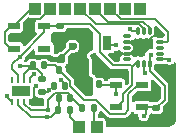
<source format=gbr>
%TF.GenerationSoftware,KiCad,Pcbnew,8.0.1-8.0.1-1~ubuntu22.04.1*%
%TF.CreationDate,2024-03-29T12:48:33+00:00*%
%TF.ProjectId,EMG_INA331,454d475f-494e-4413-9333-312e6b696361,1.0*%
%TF.SameCoordinates,Original*%
%TF.FileFunction,Copper,L1,Top*%
%TF.FilePolarity,Positive*%
%FSLAX46Y46*%
G04 Gerber Fmt 4.6, Leading zero omitted, Abs format (unit mm)*
G04 Created by KiCad (PCBNEW 8.0.1-8.0.1-1~ubuntu22.04.1) date 2024-03-29 12:48:33*
%MOMM*%
%LPD*%
G01*
G04 APERTURE LIST*
G04 Aperture macros list*
%AMRoundRect*
0 Rectangle with rounded corners*
0 $1 Rounding radius*
0 $2 $3 $4 $5 $6 $7 $8 $9 X,Y pos of 4 corners*
0 Add a 4 corners polygon primitive as box body*
4,1,4,$2,$3,$4,$5,$6,$7,$8,$9,$2,$3,0*
0 Add four circle primitives for the rounded corners*
1,1,$1+$1,$2,$3*
1,1,$1+$1,$4,$5*
1,1,$1+$1,$6,$7*
1,1,$1+$1,$8,$9*
0 Add four rect primitives between the rounded corners*
20,1,$1+$1,$2,$3,$4,$5,0*
20,1,$1+$1,$4,$5,$6,$7,0*
20,1,$1+$1,$6,$7,$8,$9,0*
20,1,$1+$1,$8,$9,$2,$3,0*%
G04 Aperture macros list end*
%TA.AperFunction,SMDPad,CuDef*%
%ADD10RoundRect,0.135000X0.185000X-0.135000X0.185000X0.135000X-0.185000X0.135000X-0.185000X-0.135000X0*%
%TD*%
%TA.AperFunction,ComponentPad*%
%ADD11R,1.000000X1.000000*%
%TD*%
%TA.AperFunction,SMDPad,CuDef*%
%ADD12RoundRect,0.135000X0.135000X0.185000X-0.135000X0.185000X-0.135000X-0.185000X0.135000X-0.185000X0*%
%TD*%
%TA.AperFunction,SMDPad,CuDef*%
%ADD13R,0.700000X1.250000*%
%TD*%
%TA.AperFunction,SMDPad,CuDef*%
%ADD14RoundRect,0.140000X-0.140000X-0.170000X0.140000X-0.170000X0.140000X0.170000X-0.140000X0.170000X0*%
%TD*%
%TA.AperFunction,SMDPad,CuDef*%
%ADD15RoundRect,0.135000X-0.135000X-0.185000X0.135000X-0.185000X0.135000X0.185000X-0.135000X0.185000X0*%
%TD*%
%TA.AperFunction,SMDPad,CuDef*%
%ADD16RoundRect,0.140000X0.140000X0.170000X-0.140000X0.170000X-0.140000X-0.170000X0.140000X-0.170000X0*%
%TD*%
%TA.AperFunction,SMDPad,CuDef*%
%ADD17R,1.000000X0.600000*%
%TD*%
%TA.AperFunction,SMDPad,CuDef*%
%ADD18RoundRect,0.135000X-0.185000X0.135000X-0.185000X-0.135000X0.185000X-0.135000X0.185000X0.135000X0*%
%TD*%
%TA.AperFunction,SMDPad,CuDef*%
%ADD19O,0.280000X0.800000*%
%TD*%
%TA.AperFunction,SMDPad,CuDef*%
%ADD20O,0.800000X0.280000*%
%TD*%
%TA.AperFunction,SMDPad,CuDef*%
%ADD21R,1.600000X0.900000*%
%TD*%
%TA.AperFunction,SMDPad,CuDef*%
%ADD22R,0.250000X0.520000*%
%TD*%
%TA.AperFunction,SMDPad,CuDef*%
%ADD23R,1.100000X0.620000*%
%TD*%
%TA.AperFunction,SMDPad,CuDef*%
%ADD24RoundRect,0.140000X-0.170000X0.140000X-0.170000X-0.140000X0.170000X-0.140000X0.170000X0.140000X0*%
%TD*%
%TA.AperFunction,ViaPad*%
%ADD25C,0.400000*%
%TD*%
%TA.AperFunction,Conductor*%
%ADD26C,0.152400*%
%TD*%
%TA.AperFunction,Conductor*%
%ADD27C,0.127000*%
%TD*%
G04 APERTURE END LIST*
D10*
%TO.P,R12,2*%
%TO.N,GND*%
X35800000Y-37390000D03*
%TO.P,R12,1*%
%TO.N,/OUT1*%
X35800000Y-38410000D03*
%TD*%
D11*
%TO.P,J4,1,Pin_1*%
%TO.N,/MISO*%
X29365000Y-30000000D03*
%TD*%
D12*
%TO.P,R4,2*%
%TO.N,/IN+*%
X27490000Y-38600000D03*
%TO.P,R4,1*%
%TO.N,/PROB+*%
X28510000Y-38600000D03*
%TD*%
D11*
%TO.P,J6,1,Pin_1*%
%TO.N,/SCLK*%
X31905000Y-30000000D03*
%TD*%
D13*
%TO.P,U5,3,A*%
%TO.N,GND*%
X30700000Y-34900000D03*
%TO.P,U5,2,K*%
%TO.N,Vref*%
X29750000Y-32900000D03*
%TO.P,U5,1,R*%
%TO.N,Net-(U5-R)*%
X31650000Y-32900000D03*
%TD*%
D11*
%TO.P,J1,1,Pin_1*%
%TO.N,+3.3V*%
X25555000Y-30000000D03*
%TD*%
D14*
%TO.P,C10,2*%
%TO.N,Net-(U4-+IN)*%
X26280000Y-34800000D03*
%TO.P,C10,1*%
%TO.N,/OUT_INA*%
X25320000Y-34800000D03*
%TD*%
D15*
%TO.P,R10,2*%
%TO.N,Net-(U4--IN)*%
X30910000Y-36400000D03*
%TO.P,R10,1*%
%TO.N,Vref*%
X29890000Y-36400000D03*
%TD*%
D10*
%TO.P,R8,2*%
%TO.N,/OUT_INA*%
X26100000Y-35990001D03*
%TO.P,R8,1*%
%TO.N,Net-(U2--IN)*%
X26100000Y-37009999D03*
%TD*%
D16*
%TO.P,C1,2*%
%TO.N,GND*%
X27820000Y-34200000D03*
%TO.P,C1,1*%
%TO.N,Vref*%
X28780000Y-34200000D03*
%TD*%
D17*
%TO.P,U4,5,V+*%
%TO.N,+3.3VA*%
X32400000Y-38350000D03*
%TO.P,U4,4,-IN*%
%TO.N,Net-(U4--IN)*%
X32400000Y-36450000D03*
%TO.P,U4,3,+IN*%
%TO.N,Net-(U4-+IN)*%
X34600000Y-36450000D03*
%TO.P,U4,2,V-*%
%TO.N,GND*%
X34600000Y-37400000D03*
%TO.P,U4,1,OUT*%
%TO.N,/OUT1*%
X34600000Y-38350000D03*
%TD*%
D11*
%TO.P,J2,1,Pin_1*%
%TO.N,GND*%
X26825000Y-30000000D03*
%TD*%
%TO.P,J7,1,Pin_1*%
%TO.N,/CSB*%
X33175000Y-30000000D03*
%TD*%
D18*
%TO.P,R3,2*%
%TO.N,Vref*%
X27600000Y-32510000D03*
%TO.P,R3,1*%
%TO.N,+3.3VA*%
X27600000Y-31490000D03*
%TD*%
D12*
%TO.P,R5,2*%
%TO.N,/IN-*%
X29490000Y-38400000D03*
%TO.P,R5,1*%
%TO.N,/PROB-*%
X30510000Y-38400000D03*
%TD*%
D11*
%TO.P,J3,1,Pin_1*%
%TO.N,unconnected-(J3-Pin_1-Pad1)*%
X28095000Y-30000000D03*
%TD*%
%TO.P,J9,1,Pin_1*%
%TO.N,/PROB-*%
X30750000Y-40000000D03*
%TD*%
D19*
%TO.P,U6,16,ADC1*%
%TO.N,/OUT1*%
X35227500Y-34695000D03*
%TO.P,U6,15,ADC2*%
%TO.N,/ADC2*%
X34727500Y-34694999D03*
%TO.P,U6,14,VDD*%
%TO.N,+3.3VA*%
X34227500Y-34695000D03*
D20*
%TO.P,U6,13,ADC3*%
%TO.N,unconnected-(U6-ADC3-Pad13)*%
X33327500Y-34295000D03*
%TO.P,U6,12,GND*%
%TO.N,GND*%
X33327500Y-33795000D03*
%TO.P,U6,11,INT1*%
%TO.N,unconnected-(U6-INT1-Pad11)*%
X33327501Y-33295000D03*
%TO.P,U6,10,RES*%
%TO.N,GND*%
X33327500Y-32795000D03*
%TO.P,U6,9,INT2*%
%TO.N,unconnected-(U6-INT2-Pad9)*%
X33327500Y-32295000D03*
D19*
%TO.P,U6,8,CS*%
%TO.N,/CSB*%
X34227500Y-31895000D03*
%TO.P,U6,7,SDO/SA0*%
%TO.N,/MISO*%
X34727500Y-31895001D03*
%TO.P,U6,6,SDA/SDI/SDO*%
%TO.N,/MOSI*%
X35227500Y-31895000D03*
D20*
%TO.P,U6,5,GND*%
%TO.N,GND*%
X36127500Y-32295000D03*
%TO.P,U6,4,SCL/SPC*%
%TO.N,/SCLK*%
X36127500Y-32795000D03*
%TO.P,U6,3,NC*%
%TO.N,unconnected-(U6-NC-Pad3)*%
X36127499Y-33295000D03*
%TO.P,U6,2,NC*%
%TO.N,unconnected-(U6-NC-Pad2)*%
X36127500Y-33795000D03*
%TO.P,U6,1,VDD_IO*%
%TO.N,+3.3V*%
X36127500Y-34295000D03*
%TD*%
D21*
%TO.P,U1,9,EP*%
%TO.N,unconnected-(U1-EP-Pad9)*%
X24350000Y-36950000D03*
D22*
%TO.P,U1,8,~{SHDN}*%
%TO.N,unconnected-(U1-~{SHDN}-Pad8)*%
X23599999Y-36000000D03*
%TO.P,U1,7,V+*%
%TO.N,+3.3VA*%
X24100000Y-36000000D03*
%TO.P,U1,6,OUT*%
%TO.N,/OUT_INA*%
X24600000Y-36000000D03*
%TO.P,U1,5,REF*%
%TO.N,/REF*%
X25100001Y-36000000D03*
%TO.P,U1,4,V\u2013*%
%TO.N,GND*%
X25100001Y-37900000D03*
%TO.P,U1,3,IN+*%
%TO.N,/IN-*%
X24600000Y-37900000D03*
%TO.P,U1,2,IN\u2013*%
%TO.N,/IN+*%
X24100000Y-37900000D03*
%TO.P,U1,1,GS*%
%TO.N,Net-(U1-GS)*%
X23599999Y-37900000D03*
%TD*%
D14*
%TO.P,C3,2*%
%TO.N,/IN-*%
X28480000Y-37600000D03*
%TO.P,C3,1*%
%TO.N,/IN+*%
X27520000Y-37600000D03*
%TD*%
D23*
%TO.P,U3,5,VOUT*%
%TO.N,+3.3VA*%
X26300000Y-31490200D03*
%TO.P,U3,4,NC*%
%TO.N,unconnected-(U3-NC-Pad4)*%
X26300000Y-33390200D03*
%TO.P,U3,3,EN*%
%TO.N,+3.3V*%
X23700000Y-33390200D03*
%TO.P,U3,2,GND*%
%TO.N,GND*%
X23700000Y-32440200D03*
%TO.P,U3,1,VIN*%
%TO.N,+3.3V*%
X23700000Y-31490200D03*
%TD*%
D15*
%TO.P,R9,2*%
%TO.N,Vref*%
X28610000Y-35200000D03*
%TO.P,R9,1*%
%TO.N,Net-(U4-+IN)*%
X27590000Y-35200000D03*
%TD*%
D11*
%TO.P,J10,1,Pin_1*%
%TO.N,/PROB+*%
X29250000Y-40000000D03*
%TD*%
%TO.P,J5,1,Pin_1*%
%TO.N,/MOSI*%
X30635000Y-30000000D03*
%TD*%
%TO.P,J8,1,Pin_1*%
%TO.N,/extRef*%
X34445000Y-30000000D03*
%TD*%
D24*
%TO.P,C2,2*%
%TO.N,GND*%
X28700000Y-33180000D03*
%TO.P,C2,1*%
%TO.N,Vref*%
X28700000Y-32220000D03*
%TD*%
D16*
%TO.P,C8,2*%
%TO.N,Net-(U2--IN)*%
X27120000Y-36500000D03*
%TO.P,C8,1*%
%TO.N,/REF*%
X28080000Y-36500000D03*
%TD*%
D25*
%TO.N,/OUT1*%
X35300000Y-33900000D03*
%TO.N,GND*%
X35800000Y-35000000D03*
%TO.N,/ADC2*%
X34800000Y-35400000D03*
%TO.N,/REF*%
X27700000Y-36000000D03*
%TO.N,Net-(U2--IN)*%
X26710000Y-36910000D03*
%TO.N,GND*%
X27100000Y-34300000D03*
X34200000Y-33400000D03*
X34600000Y-37236500D03*
X25600000Y-36500000D03*
X24900000Y-32300000D03*
X30400000Y-34000000D03*
%TO.N,+3.3V*%
X36900000Y-34300000D03*
%TO.N,+3.3VA*%
X24208600Y-34100000D03*
%TO.N,/CSB*%
X33560000Y-31730000D03*
%TO.N,Vref*%
X29800000Y-34500000D03*
X29900000Y-37200000D03*
%TO.N,Net-(U4--IN)*%
X32400000Y-37250000D03*
%TO.N,Net-(U5-R)*%
X32400000Y-33100000D03*
%TO.N,Net-(U1-GS)*%
X23170000Y-37370000D03*
%TO.N,/IN+*%
X26500000Y-39200000D03*
%TO.N,/IN-*%
X26600000Y-38583500D03*
%TO.N,/REF*%
X25432900Y-35532100D03*
%TO.N,/OUT_INA*%
X24225000Y-34811700D03*
%TO.N,/OUT1*%
X34727550Y-39072450D03*
%TD*%
D26*
%TO.N,/IN+*%
X26500000Y-39200000D02*
X26890000Y-39200000D01*
D27*
X27520000Y-37600000D02*
X27520000Y-38570000D01*
X27520000Y-38570000D02*
X27490000Y-38600000D01*
D26*
X26890000Y-39200000D02*
X27490000Y-38600000D01*
%TO.N,/PROB+*%
X28510000Y-38600000D02*
X28510000Y-39173800D01*
X28510000Y-39173800D02*
X29250000Y-39913800D01*
D27*
%TO.N,/IN-*%
X28480000Y-37600000D02*
X28480000Y-37280000D01*
X28480000Y-37280000D02*
X28300000Y-37100000D01*
X27200000Y-37100000D02*
X26600000Y-37700000D01*
X28300000Y-37100000D02*
X27200000Y-37100000D01*
X26600000Y-37700000D02*
X26600000Y-38583500D01*
X28480000Y-37600000D02*
X28690000Y-37600000D01*
X28690000Y-37600000D02*
X29490000Y-38400000D01*
%TO.N,Net-(U4-+IN)*%
X34600000Y-36450000D02*
X34205111Y-36450000D01*
X34205111Y-36450000D02*
X33400000Y-37255111D01*
X33400000Y-38600000D02*
X33100000Y-38900000D01*
X33400000Y-37255111D02*
X33400000Y-38600000D01*
X33100000Y-38900000D02*
X31900000Y-38900000D01*
X30700000Y-37700000D02*
X29700000Y-37700000D01*
X31900000Y-38900000D02*
X30700000Y-37700000D01*
X29700000Y-37700000D02*
X28523500Y-36523500D01*
X28523500Y-36523500D02*
X28523500Y-36133500D01*
X28523500Y-36133500D02*
X27590000Y-35200000D01*
%TO.N,Vref*%
X29900000Y-37200000D02*
X29890000Y-37190000D01*
X29890000Y-37190000D02*
X29890000Y-36400000D01*
D26*
%TO.N,/PROB-*%
X30510000Y-38400000D02*
X30510000Y-39903799D01*
X30510000Y-39903799D02*
X30500000Y-39913799D01*
D27*
%TO.N,GND*%
X34200000Y-33400000D02*
X34411714Y-33400000D01*
X34411714Y-33400000D02*
X35516714Y-32295000D01*
X35516714Y-32295000D02*
X36127500Y-32295000D01*
X33900000Y-33400000D02*
X34200000Y-33400000D01*
%TO.N,/OUT1*%
X35227500Y-33972500D02*
X35300000Y-33900000D01*
X35227500Y-34695000D02*
X35227500Y-33972500D01*
%TO.N,/ADC2*%
X34727500Y-35327500D02*
X34800000Y-35400000D01*
X34727500Y-34694999D02*
X34727500Y-35327500D01*
%TO.N,Net-(U4--IN)*%
X32400000Y-37250000D02*
X32400000Y-36450000D01*
%TO.N,Net-(U1-GS)*%
X23170000Y-37370000D02*
X23170000Y-37470000D01*
X23170000Y-37470000D02*
X23600000Y-37900000D01*
%TO.N,/CSB*%
X33560000Y-31730000D02*
X33725000Y-31895000D01*
X33725000Y-31895000D02*
X34227500Y-31895000D01*
%TO.N,+3.3VA*%
X24100000Y-36000000D02*
X24100000Y-35598300D01*
X24100000Y-35598300D02*
X23600000Y-35098300D01*
X23600000Y-35098300D02*
X23600000Y-34708600D01*
X23600000Y-34708600D02*
X24208600Y-34100000D01*
X26300000Y-31490200D02*
X26300000Y-32008600D01*
X26300000Y-32008600D02*
X24208600Y-34100000D01*
%TO.N,/REF*%
X25100000Y-36000000D02*
X25100000Y-35865000D01*
X25100000Y-35865000D02*
X25432900Y-35532100D01*
%TO.N,/OUT_INA*%
X26100000Y-35990000D02*
X26100000Y-35500000D01*
X26100000Y-35500000D02*
X25677600Y-35077600D01*
X25677600Y-35077600D02*
X25020000Y-35077600D01*
X25020000Y-34811700D02*
X25308300Y-34811700D01*
%TO.N,Net-(U4-+IN)*%
X26280000Y-34800000D02*
X27190000Y-34800000D01*
X27190000Y-34800000D02*
X27590000Y-35200000D01*
%TO.N,/OUT_INA*%
X25308300Y-34811700D02*
X25320000Y-34800000D01*
%TO.N,Vref*%
X29750000Y-32900000D02*
X29600000Y-32900000D01*
X29600000Y-32900000D02*
X28920000Y-32220000D01*
X28920000Y-32220000D02*
X28700000Y-32220000D01*
X28780000Y-34200000D02*
X29730000Y-33250000D01*
%TO.N,/REF*%
X28080000Y-36380000D02*
X27700000Y-36000000D01*
X28080000Y-36500000D02*
X28080000Y-36380000D01*
%TO.N,Net-(U2--IN)*%
X26710000Y-36910000D02*
X27120000Y-36500000D01*
X26100000Y-37009999D02*
X26610001Y-37009999D01*
X26610001Y-37009999D02*
X26710000Y-36910000D01*
%TO.N,Vref*%
X28610000Y-35330000D02*
X29180000Y-35900000D01*
X28610000Y-35200000D02*
X28610000Y-35330000D01*
%TO.N,GND*%
X27820000Y-34200000D02*
X27820000Y-34060000D01*
X27820000Y-34060000D02*
X28700000Y-33180000D01*
%TO.N,Vref*%
X29180000Y-35900000D02*
X29180000Y-34600000D01*
X29180000Y-34600000D02*
X28780000Y-34200000D01*
%TO.N,GND*%
X34600000Y-37236500D02*
X35646500Y-37236500D01*
X35646500Y-37236500D02*
X35800000Y-37390000D01*
%TO.N,+3.3VA*%
X33753300Y-34900000D02*
X33753300Y-36471700D01*
X33753300Y-36471700D02*
X32963500Y-37261500D01*
X32963500Y-37261500D02*
X32963500Y-37786500D01*
X32963500Y-37786500D02*
X32400000Y-38350000D01*
%TO.N,GND*%
X25400000Y-37600001D02*
X25400000Y-36700000D01*
X23959800Y-32440200D02*
X23700000Y-32440200D01*
X35800000Y-37390000D02*
X34610000Y-37390000D01*
X33900000Y-33400000D02*
X33900000Y-33469500D01*
X33574500Y-32795000D02*
X33900000Y-33120500D01*
X33327500Y-32795000D02*
X33574500Y-32795000D01*
X24900000Y-32300000D02*
X23840200Y-32300000D01*
X25925000Y-30900000D02*
X25500000Y-30900000D01*
X30400000Y-34600000D02*
X30700000Y-34900000D01*
X25500000Y-30900000D02*
X23959800Y-32440200D01*
X25100001Y-37900000D02*
X25400000Y-37600001D01*
X33900000Y-33469500D02*
X33574500Y-33795000D01*
X25400000Y-36700000D02*
X25600000Y-36500000D01*
X33900000Y-33120500D02*
X33900000Y-33400000D01*
X33574500Y-33795000D02*
X33327500Y-33795000D01*
X26825000Y-30000000D02*
X25925000Y-30900000D01*
X23840200Y-32300000D02*
X23700000Y-32440200D01*
X34610000Y-37390000D02*
X34600000Y-37400000D01*
X30400000Y-34000000D02*
X30400000Y-34600000D01*
%TO.N,+3.3V*%
X36895000Y-34295000D02*
X36127500Y-34295000D01*
X22986500Y-31966700D02*
X22986500Y-32900000D01*
X25555000Y-30000000D02*
X25190200Y-30000000D01*
X25190200Y-30000000D02*
X23700000Y-31490200D01*
X36900000Y-34300000D02*
X36895000Y-34295000D01*
X23700000Y-31490200D02*
X23463000Y-31490200D01*
X23463000Y-31490200D02*
X22986500Y-31966700D01*
X22986500Y-32900000D02*
X23476700Y-33390200D01*
X23476700Y-33390200D02*
X23700000Y-33390200D01*
%TO.N,+3.3VA*%
X32100000Y-34800000D02*
X33653300Y-34800000D01*
X34227500Y-34695000D02*
X34227500Y-34424100D01*
X33753300Y-34898300D02*
X33753300Y-34900000D01*
X27776100Y-31313900D02*
X30178400Y-31313900D01*
X27600000Y-31490000D02*
X27776100Y-31313900D01*
X34227500Y-34424100D02*
X33753300Y-34898300D01*
X31000000Y-33700000D02*
X32100000Y-34800000D01*
X27599800Y-31490200D02*
X27600000Y-31490000D01*
X31000000Y-32135500D02*
X31000000Y-33700000D01*
X30178400Y-31313900D02*
X31000000Y-32135500D01*
X33653300Y-34800000D02*
X33753300Y-34900000D01*
X26300000Y-31490200D02*
X27599800Y-31490200D01*
%TO.N,/MISO*%
X34727500Y-31895001D02*
X34727500Y-31705786D01*
X30676500Y-31311500D02*
X29365000Y-30000000D01*
X34333214Y-31311500D02*
X30676500Y-31311500D01*
X34727500Y-31705786D02*
X34333214Y-31311500D01*
%TO.N,/MOSI*%
X31719500Y-31084500D02*
X30635000Y-30000000D01*
X35227500Y-31648000D02*
X34664000Y-31084500D01*
X34664000Y-31084500D02*
X31719500Y-31084500D01*
X35227500Y-31895000D02*
X35227500Y-31648000D01*
%TO.N,/SCLK*%
X36800000Y-32000000D02*
X35657500Y-30857500D01*
X32762500Y-30857500D02*
X31905000Y-30000000D01*
X36127500Y-32795000D02*
X36705000Y-32795000D01*
X35657500Y-30857500D02*
X32762500Y-30857500D01*
X36800000Y-32700000D02*
X36800000Y-32000000D01*
X36705000Y-32795000D02*
X36800000Y-32700000D01*
%TO.N,Vref*%
X29800000Y-34500000D02*
X29800000Y-33320000D01*
X29180000Y-35900000D02*
X29680000Y-36400000D01*
X28410000Y-32510000D02*
X28700000Y-32220000D01*
X28212400Y-32510000D02*
X28410000Y-32510000D01*
X29680000Y-36400000D02*
X29890000Y-36400000D01*
X27600000Y-32510000D02*
X28212400Y-32510000D01*
%TO.N,Net-(U4--IN)*%
X32400000Y-36450000D02*
X30960000Y-36450000D01*
X30960000Y-36450000D02*
X30910000Y-36400000D01*
%TO.N,Net-(U5-R)*%
X32400000Y-33100000D02*
X31850000Y-33100000D01*
X31850000Y-33100000D02*
X31650000Y-32900000D01*
D26*
%TO.N,/IN+*%
X24100000Y-38137400D02*
X25162600Y-39200000D01*
X24100000Y-37900000D02*
X24100000Y-38137400D01*
X25162600Y-39200000D02*
X26500000Y-39200000D01*
D27*
%TO.N,/IN-*%
X26600000Y-38583500D02*
X25148500Y-38583500D01*
X25148500Y-38583500D02*
X24600000Y-38035000D01*
X24600000Y-38035000D02*
X24600000Y-37900000D01*
%TO.N,/OUT_INA*%
X25020000Y-34811700D02*
X24225000Y-34811700D01*
X25020000Y-35077600D02*
X25020000Y-34811700D01*
X25020000Y-35077600D02*
X24600000Y-35497600D01*
X24600000Y-35497600D02*
X24600000Y-36000000D01*
%TO.N,/OUT1*%
X36500000Y-36509200D02*
X36500000Y-37710000D01*
X36500000Y-37710000D02*
X35800000Y-38410000D01*
X34920900Y-38879100D02*
X34920900Y-38350000D01*
X34727550Y-39072450D02*
X34920900Y-38879100D01*
X34920900Y-38350000D02*
X35740000Y-38350000D01*
X35227500Y-35236700D02*
X36500000Y-36509200D01*
X34600000Y-38350000D02*
X34920900Y-38350000D01*
X35740000Y-38350000D02*
X35800000Y-38410000D01*
X35227500Y-34695000D02*
X35227500Y-35236700D01*
%TD*%
%TA.AperFunction,Conductor*%
%TO.N,GND*%
G36*
X37459212Y-34558866D02*
G01*
X37488238Y-34622422D01*
X37489500Y-34640070D01*
X37489500Y-39243906D01*
X37488903Y-39256060D01*
X37476488Y-39382112D01*
X37471746Y-39405953D01*
X37436753Y-39521309D01*
X37427450Y-39543767D01*
X37370629Y-39650072D01*
X37357124Y-39670284D01*
X37280653Y-39763464D01*
X37263465Y-39780652D01*
X37170284Y-39857124D01*
X37150072Y-39870629D01*
X37043768Y-39927450D01*
X37021310Y-39936753D01*
X36905954Y-39971746D01*
X36882113Y-39976488D01*
X36756072Y-39988902D01*
X36743918Y-39989499D01*
X31624500Y-39989499D01*
X31557461Y-39969814D01*
X31511706Y-39917010D01*
X31500500Y-39865499D01*
X31500500Y-39475323D01*
X31500499Y-39475321D01*
X31485967Y-39402264D01*
X31485966Y-39402260D01*
X31467351Y-39374400D01*
X31430601Y-39319399D01*
X31347740Y-39264034D01*
X31347739Y-39264033D01*
X31347735Y-39264032D01*
X31274677Y-39249500D01*
X31274674Y-39249500D01*
X30960700Y-39249500D01*
X30893661Y-39229815D01*
X30847906Y-39177011D01*
X30836700Y-39125500D01*
X30836700Y-38989841D01*
X30856385Y-38922802D01*
X30873019Y-38902160D01*
X30963075Y-38812103D01*
X30963076Y-38812102D01*
X31019582Y-38696518D01*
X31019582Y-38696517D01*
X31019769Y-38696135D01*
X31066897Y-38644552D01*
X31134431Y-38626638D01*
X31200930Y-38648079D01*
X31218851Y-38662914D01*
X31707199Y-39151262D01*
X31778800Y-39192601D01*
X31791153Y-39195911D01*
X31795675Y-39197123D01*
X31808932Y-39200675D01*
X31858661Y-39214000D01*
X31858663Y-39214000D01*
X33141337Y-39214000D01*
X33141339Y-39214000D01*
X33204323Y-39197123D01*
X33221200Y-39192601D01*
X33225981Y-39189841D01*
X33292793Y-39151267D01*
X33292792Y-39151267D01*
X33292800Y-39151263D01*
X33651263Y-38792800D01*
X33664142Y-38770491D01*
X33714705Y-38722278D01*
X33783311Y-38709052D01*
X33848177Y-38735017D01*
X33874631Y-38763601D01*
X33919397Y-38830599D01*
X33919398Y-38830599D01*
X33919399Y-38830601D01*
X34002260Y-38885966D01*
X34002264Y-38885967D01*
X34075321Y-38900499D01*
X34075324Y-38900500D01*
X34075326Y-38900500D01*
X34154036Y-38900500D01*
X34221075Y-38920185D01*
X34266830Y-38972989D01*
X34276774Y-39042147D01*
X34272417Y-39072450D01*
X34290852Y-39200675D01*
X34336169Y-39299904D01*
X34344668Y-39318513D01*
X34429501Y-39416417D01*
X34538481Y-39486454D01*
X34657193Y-39521310D01*
X34662775Y-39522949D01*
X34662777Y-39522950D01*
X34662778Y-39522950D01*
X34792323Y-39522950D01*
X34792323Y-39522949D01*
X34916619Y-39486454D01*
X35025599Y-39416417D01*
X35110432Y-39318513D01*
X35164247Y-39200676D01*
X35182683Y-39072450D01*
X35182682Y-39072447D01*
X35182875Y-39071109D01*
X35198225Y-39026757D01*
X35213501Y-39000300D01*
X35216304Y-38989841D01*
X35221487Y-38970499D01*
X35227241Y-38949023D01*
X35263605Y-38889362D01*
X35326452Y-38858832D01*
X35395827Y-38867126D01*
X35401476Y-38869715D01*
X35499405Y-38917589D01*
X35503482Y-38919582D01*
X35578418Y-38930500D01*
X35578423Y-38930500D01*
X36021577Y-38930500D01*
X36021582Y-38930500D01*
X36096518Y-38919582D01*
X36165280Y-38885966D01*
X36212099Y-38863078D01*
X36212102Y-38863076D01*
X36303076Y-38772102D01*
X36303078Y-38772099D01*
X36340214Y-38696135D01*
X36359582Y-38656518D01*
X36370500Y-38581582D01*
X36370500Y-38334925D01*
X36390185Y-38267886D01*
X36406819Y-38247244D01*
X36565931Y-38088132D01*
X36751262Y-37902801D01*
X36777711Y-37856989D01*
X36792601Y-37831199D01*
X36814000Y-37751339D01*
X36814000Y-36467861D01*
X36792601Y-36388001D01*
X36790484Y-36384335D01*
X36787289Y-36378799D01*
X36787289Y-36378800D01*
X36751263Y-36316400D01*
X35631275Y-35196412D01*
X35597790Y-35135089D01*
X35599181Y-35076640D01*
X35618000Y-35006410D01*
X35618000Y-34794021D01*
X35637685Y-34726982D01*
X35690489Y-34681227D01*
X35759647Y-34671283D01*
X35774086Y-34674245D01*
X35816090Y-34685500D01*
X35816092Y-34685500D01*
X36438908Y-34685500D01*
X36438910Y-34685500D01*
X36538228Y-34658888D01*
X36538229Y-34658887D01*
X36546079Y-34656784D01*
X36546980Y-34660147D01*
X36600402Y-34654300D01*
X36645660Y-34672057D01*
X36710931Y-34714004D01*
X36710933Y-34714005D01*
X36835225Y-34750499D01*
X36835227Y-34750500D01*
X36835228Y-34750500D01*
X36964773Y-34750500D01*
X36964773Y-34750499D01*
X37089069Y-34714004D01*
X37198049Y-34643967D01*
X37271787Y-34558867D01*
X37330564Y-34521093D01*
X37400433Y-34521092D01*
X37459212Y-34558866D01*
G37*
%TD.AperFunction*%
%TA.AperFunction,Conductor*%
G36*
X25559423Y-37351773D02*
G01*
X25605851Y-37381029D01*
X25687897Y-37463075D01*
X25687900Y-37463077D01*
X25790704Y-37513334D01*
X25803482Y-37519581D01*
X25878418Y-37530499D01*
X25878423Y-37530499D01*
X26162000Y-37530499D01*
X26229039Y-37550184D01*
X26274794Y-37602988D01*
X26286000Y-37654499D01*
X26286000Y-38145500D01*
X26266315Y-38212539D01*
X26213511Y-38258294D01*
X26162000Y-38269500D01*
X25329926Y-38269500D01*
X25262887Y-38249815D01*
X25242245Y-38233181D01*
X25011819Y-38002755D01*
X24978334Y-37941432D01*
X24975500Y-37915074D01*
X24975500Y-37774500D01*
X24995185Y-37707461D01*
X25047989Y-37661706D01*
X25099500Y-37650500D01*
X25174676Y-37650500D01*
X25174677Y-37650499D01*
X25247740Y-37635966D01*
X25330601Y-37580601D01*
X25385966Y-37497740D01*
X25392861Y-37463077D01*
X25396553Y-37444519D01*
X25428938Y-37382608D01*
X25489653Y-37348034D01*
X25559423Y-37351773D01*
G37*
%TD.AperFunction*%
%TA.AperFunction,Conductor*%
G36*
X35533376Y-35992889D02*
G01*
X35559701Y-36012964D01*
X36149681Y-36602944D01*
X36183166Y-36664267D01*
X36186000Y-36690625D01*
X36186000Y-37528575D01*
X36166315Y-37595614D01*
X36149681Y-37616256D01*
X35912756Y-37853181D01*
X35851433Y-37886666D01*
X35825075Y-37889500D01*
X35578418Y-37889500D01*
X35531583Y-37896323D01*
X35503479Y-37900418D01*
X35448457Y-37927317D01*
X35379584Y-37939075D01*
X35315287Y-37911732D01*
X35290896Y-37884807D01*
X35280601Y-37869399D01*
X35197739Y-37814033D01*
X35197735Y-37814032D01*
X35124677Y-37799500D01*
X35124674Y-37799500D01*
X34075326Y-37799500D01*
X34075323Y-37799500D01*
X34002264Y-37814032D01*
X34002260Y-37814033D01*
X33949481Y-37849299D01*
X33919399Y-37869399D01*
X33919398Y-37869400D01*
X33909244Y-37876185D01*
X33907240Y-37873186D01*
X33864358Y-37896602D01*
X33794666Y-37891618D01*
X33738733Y-37849746D01*
X33714316Y-37784282D01*
X33714000Y-37775436D01*
X33714000Y-37436536D01*
X33733685Y-37369497D01*
X33750319Y-37348855D01*
X34062355Y-37036819D01*
X34123678Y-37003334D01*
X34150036Y-37000500D01*
X35124676Y-37000500D01*
X35124677Y-37000499D01*
X35197740Y-36985966D01*
X35280601Y-36930601D01*
X35335966Y-36847740D01*
X35350500Y-36774674D01*
X35350500Y-36125326D01*
X35350403Y-36124838D01*
X35350426Y-36124577D01*
X35349903Y-36119261D01*
X35350911Y-36119161D01*
X35356629Y-36055249D01*
X35399490Y-36000070D01*
X35465379Y-35976823D01*
X35533376Y-35992889D01*
G37*
%TD.AperFunction*%
%TA.AperFunction,Conductor*%
G36*
X30633456Y-33719326D02*
G01*
X30686263Y-33765078D01*
X30701726Y-33800029D01*
X30707398Y-33821197D01*
X30707401Y-33821206D01*
X30748732Y-33892793D01*
X30748736Y-33892798D01*
X30748737Y-33892800D01*
X31907200Y-35051263D01*
X31976201Y-35091100D01*
X31978801Y-35092601D01*
X32058661Y-35114000D01*
X33315300Y-35114000D01*
X33382339Y-35133685D01*
X33428094Y-35186489D01*
X33439300Y-35238000D01*
X33439300Y-36290275D01*
X33419615Y-36357314D01*
X33402981Y-36377956D01*
X33362181Y-36418756D01*
X33300858Y-36452241D01*
X33231166Y-36447257D01*
X33175233Y-36405385D01*
X33150816Y-36339921D01*
X33150500Y-36331075D01*
X33150500Y-36125323D01*
X33150499Y-36125321D01*
X33135967Y-36052264D01*
X33135966Y-36052260D01*
X33080601Y-35969399D01*
X32997740Y-35914034D01*
X32997739Y-35914033D01*
X32997735Y-35914032D01*
X32924677Y-35899500D01*
X32924674Y-35899500D01*
X31875326Y-35899500D01*
X31875323Y-35899500D01*
X31802264Y-35914032D01*
X31802260Y-35914033D01*
X31719399Y-35969399D01*
X31664032Y-36052263D01*
X31661053Y-36059455D01*
X31617211Y-36113857D01*
X31550917Y-36135921D01*
X31546493Y-36136000D01*
X31512884Y-36136000D01*
X31445845Y-36116315D01*
X31401484Y-36066461D01*
X31363076Y-35987897D01*
X31272102Y-35896923D01*
X31272099Y-35896921D01*
X31156521Y-35840419D01*
X31156519Y-35840418D01*
X31156518Y-35840418D01*
X31081582Y-35829500D01*
X30738849Y-35829500D01*
X30671810Y-35809815D01*
X30626055Y-35757011D01*
X30621195Y-35744659D01*
X30618702Y-35737170D01*
X30618701Y-35737169D01*
X30618700Y-35737164D01*
X30599288Y-35703076D01*
X30584126Y-35676450D01*
X30578045Y-35667692D01*
X30558152Y-35639042D01*
X30480529Y-35576488D01*
X30480526Y-35576486D01*
X30480523Y-35576484D01*
X30421525Y-35545622D01*
X30371246Y-35497106D01*
X30355000Y-35435747D01*
X30355000Y-34708055D01*
X30355000Y-34708046D01*
X30352814Y-34674698D01*
X30348589Y-34642605D01*
X30343882Y-34618940D01*
X30341500Y-34594752D01*
X30341500Y-34371807D01*
X30340937Y-34356053D01*
X30340849Y-34353582D01*
X30339587Y-34335934D01*
X30317147Y-34248015D01*
X30288121Y-34184460D01*
X30269687Y-34155777D01*
X30248804Y-34123284D01*
X30248803Y-34123283D01*
X30245947Y-34119988D01*
X30226862Y-34090292D01*
X30218377Y-34071714D01*
X30208437Y-34037857D01*
X30205531Y-34017645D01*
X30205531Y-33982355D01*
X30208436Y-33962146D01*
X30218381Y-33928275D01*
X30226863Y-33909703D01*
X30245942Y-33880016D01*
X30259310Y-33864588D01*
X30285983Y-33841475D01*
X30303163Y-33830433D01*
X30335266Y-33815773D01*
X30382916Y-33801783D01*
X30400229Y-33796020D01*
X30416805Y-33789837D01*
X30494828Y-33743543D01*
X30500746Y-33738414D01*
X30564297Y-33709387D01*
X30633456Y-33719326D01*
G37*
%TD.AperFunction*%
%TA.AperFunction,Conductor*%
G36*
X25418834Y-33436342D02*
G01*
X25474767Y-33478214D01*
X25499184Y-33543678D01*
X25499500Y-33552524D01*
X25499500Y-33724878D01*
X25514032Y-33797935D01*
X25514033Y-33797939D01*
X25525809Y-33815563D01*
X25569399Y-33880801D01*
X25636833Y-33925858D01*
X25652260Y-33936166D01*
X25652264Y-33936167D01*
X25725321Y-33950699D01*
X25725324Y-33950700D01*
X26855855Y-33950700D01*
X26922894Y-33970385D01*
X26941952Y-33985463D01*
X26992002Y-34033756D01*
X27003478Y-34041131D01*
X27050774Y-34071526D01*
X27050776Y-34071526D01*
X27050781Y-34071530D01*
X27116933Y-34101739D01*
X27141026Y-34108813D01*
X27171230Y-34115724D01*
X27171235Y-34115724D01*
X27171236Y-34115725D01*
X27200752Y-34120617D01*
X27200785Y-34120622D01*
X27200844Y-34120632D01*
X27204436Y-34121201D01*
X27304021Y-34116582D01*
X27371843Y-34099791D01*
X27414903Y-34084949D01*
X27496181Y-34027224D01*
X27539995Y-33980839D01*
X27539994Y-33980838D01*
X27540946Y-33979830D01*
X27540947Y-33979831D01*
X27544123Y-33976470D01*
X27544125Y-33976466D01*
X27547137Y-33973280D01*
X27547172Y-33973240D01*
X27568687Y-33950462D01*
X27571116Y-33947962D01*
X27585770Y-33933308D01*
X27617138Y-33910515D01*
X27620261Y-33908923D01*
X27657202Y-33896926D01*
X27658174Y-33896772D01*
X27659773Y-33896520D01*
X27679129Y-33895000D01*
X27745078Y-33895000D01*
X27748491Y-33894817D01*
X27772389Y-33893536D01*
X27798746Y-33890702D01*
X27893879Y-33860913D01*
X27920304Y-33846483D01*
X27988575Y-33831631D01*
X28054040Y-33856047D01*
X28095912Y-33911979D01*
X28102469Y-33972959D01*
X28094999Y-34024918D01*
X28094999Y-34370868D01*
X28093467Y-34390303D01*
X28093059Y-34392874D01*
X28081077Y-34429731D01*
X28079494Y-34432838D01*
X28056689Y-34464227D01*
X28053995Y-34466921D01*
X28029789Y-34485481D01*
X28029840Y-34485559D01*
X28028873Y-34486184D01*
X28028240Y-34486670D01*
X28027162Y-34487290D01*
X27983064Y-34515818D01*
X27983049Y-34515830D01*
X27943536Y-34547599D01*
X27924670Y-34564367D01*
X27924668Y-34564368D01*
X27913186Y-34581209D01*
X27859155Y-34625508D01*
X27792861Y-34634057D01*
X27780722Y-34632288D01*
X27761582Y-34629500D01*
X27761579Y-34629500D01*
X27514925Y-34629500D01*
X27447886Y-34609815D01*
X27427244Y-34593181D01*
X27382799Y-34548736D01*
X27311198Y-34507398D01*
X27303367Y-34505299D01*
X27294323Y-34502876D01*
X27294321Y-34502875D01*
X27231340Y-34486000D01*
X27231339Y-34486000D01*
X26860884Y-34486000D01*
X26793845Y-34466315D01*
X26750399Y-34418295D01*
X26739857Y-34397606D01*
X26652396Y-34310145D01*
X26652393Y-34310143D01*
X26652391Y-34310141D01*
X26542175Y-34253983D01*
X26542174Y-34253982D01*
X26542171Y-34253981D01*
X26450735Y-34239500D01*
X26109260Y-34239500D01*
X26109260Y-34239501D01*
X26017829Y-34253981D01*
X26017828Y-34253981D01*
X25907607Y-34310142D01*
X25907603Y-34310145D01*
X25887681Y-34330068D01*
X25826358Y-34363553D01*
X25756666Y-34358569D01*
X25712319Y-34330068D01*
X25692396Y-34310145D01*
X25692393Y-34310143D01*
X25692391Y-34310141D01*
X25582175Y-34253983D01*
X25582174Y-34253982D01*
X25582171Y-34253981D01*
X25490735Y-34239500D01*
X25149260Y-34239500D01*
X25149260Y-34239501D01*
X25057829Y-34253981D01*
X25057828Y-34253981D01*
X24947607Y-34310142D01*
X24947603Y-34310145D01*
X24860145Y-34397603D01*
X24860142Y-34397608D01*
X24860141Y-34397609D01*
X24843638Y-34429996D01*
X24795665Y-34480791D01*
X24733155Y-34497700D01*
X24715180Y-34497700D01*
X24648141Y-34478015D01*
X24602386Y-34425211D01*
X24592442Y-34356053D01*
X24602386Y-34322189D01*
X24636259Y-34248016D01*
X24645297Y-34228226D01*
X24659718Y-34127919D01*
X24688742Y-34064365D01*
X24694760Y-34057901D01*
X25287820Y-33464842D01*
X25349142Y-33431358D01*
X25418834Y-33436342D01*
G37*
%TD.AperFunction*%
%TA.AperFunction,Conductor*%
G36*
X32727649Y-33511109D02*
G01*
X32748246Y-33530055D01*
X32749276Y-33529026D01*
X32755023Y-33534773D01*
X32827728Y-33607478D01*
X32827729Y-33607479D01*
X32827731Y-33607480D01*
X32872250Y-33633183D01*
X32916773Y-33658888D01*
X32977745Y-33675225D01*
X33037404Y-33711588D01*
X33067934Y-33774435D01*
X33059640Y-33843810D01*
X33015155Y-33897689D01*
X32977746Y-33914773D01*
X32916776Y-33931110D01*
X32916769Y-33931113D01*
X32827730Y-33982519D01*
X32827725Y-33982523D01*
X32755023Y-34055225D01*
X32755019Y-34055230D01*
X32703613Y-34144269D01*
X32703612Y-34144272D01*
X32677000Y-34243590D01*
X32677000Y-34354537D01*
X32675560Y-34354537D01*
X32666160Y-34414843D01*
X32619783Y-34467102D01*
X32553983Y-34486000D01*
X32281425Y-34486000D01*
X32214386Y-34466315D01*
X32193744Y-34449681D01*
X31731244Y-33987181D01*
X31697759Y-33925858D01*
X31702743Y-33856166D01*
X31744615Y-33800233D01*
X31810079Y-33775816D01*
X31818925Y-33775500D01*
X32024676Y-33775500D01*
X32024677Y-33775499D01*
X32097740Y-33760966D01*
X32180601Y-33705601D01*
X32235966Y-33622740D01*
X32235966Y-33622739D01*
X32242751Y-33612585D01*
X32244756Y-33613925D01*
X32278021Y-33572645D01*
X32344315Y-33550579D01*
X32348743Y-33550500D01*
X32464773Y-33550500D01*
X32464773Y-33550499D01*
X32559892Y-33522571D01*
X32589063Y-33514006D01*
X32589063Y-33514005D01*
X32589069Y-33514004D01*
X32593573Y-33511108D01*
X32660610Y-33491425D01*
X32727649Y-33511109D01*
G37*
%TD.AperFunction*%
%TA.AperFunction,Conductor*%
G36*
X35039499Y-32497368D02*
G01*
X35076772Y-32518888D01*
X35176090Y-32545500D01*
X35176092Y-32545500D01*
X35278907Y-32545500D01*
X35278910Y-32545500D01*
X35342052Y-32528581D01*
X35411899Y-32530244D01*
X35469762Y-32569406D01*
X35497266Y-32633634D01*
X35493918Y-32680448D01*
X35477000Y-32743588D01*
X35477000Y-32743590D01*
X35477000Y-32846410D01*
X35503612Y-32945728D01*
X35524821Y-32982464D01*
X35525131Y-32983000D01*
X35541603Y-33050900D01*
X35525131Y-33106998D01*
X35503611Y-33144271D01*
X35503611Y-33144272D01*
X35476999Y-33243590D01*
X35476999Y-33325500D01*
X35457314Y-33392539D01*
X35404510Y-33438294D01*
X35352999Y-33449500D01*
X35235226Y-33449500D01*
X35110935Y-33485994D01*
X35110932Y-33485995D01*
X35110931Y-33485996D01*
X35059677Y-33518934D01*
X35001950Y-33556033D01*
X34917118Y-33653937D01*
X34917117Y-33653938D01*
X34863302Y-33771774D01*
X34844867Y-33900000D01*
X34844867Y-33900001D01*
X34845277Y-33902853D01*
X34844867Y-33905704D01*
X34844867Y-33908869D01*
X34844412Y-33908869D01*
X34835333Y-33972012D01*
X34789577Y-34024815D01*
X34722539Y-34044499D01*
X34676090Y-34044499D01*
X34576772Y-34071111D01*
X34576771Y-34071111D01*
X34539498Y-34092631D01*
X34471598Y-34109102D01*
X34415500Y-34092631D01*
X34378228Y-34071112D01*
X34378224Y-34071111D01*
X34278910Y-34044500D01*
X34176090Y-34044500D01*
X34076772Y-34071112D01*
X34076765Y-34071115D01*
X34056873Y-34082599D01*
X33988972Y-34099069D01*
X33922946Y-34076215D01*
X33906425Y-34060273D01*
X33905725Y-34060974D01*
X33827274Y-33982523D01*
X33827269Y-33982519D01*
X33738230Y-33931113D01*
X33738229Y-33931112D01*
X33738228Y-33931112D01*
X33677255Y-33914774D01*
X33617595Y-33878410D01*
X33587066Y-33815563D01*
X33595361Y-33746187D01*
X33639846Y-33692310D01*
X33677253Y-33675226D01*
X33738229Y-33658888D01*
X33827274Y-33607478D01*
X33899979Y-33534773D01*
X33951389Y-33445728D01*
X33978001Y-33346410D01*
X33978001Y-33243590D01*
X33951389Y-33144272D01*
X33899979Y-33055227D01*
X33827274Y-32982522D01*
X33827273Y-32982521D01*
X33827270Y-32982519D01*
X33738231Y-32931113D01*
X33738230Y-32931112D01*
X33738229Y-32931112D01*
X33677253Y-32914773D01*
X33617594Y-32878408D01*
X33587066Y-32815561D01*
X33595361Y-32746185D01*
X33639847Y-32692308D01*
X33677251Y-32675226D01*
X33738228Y-32658888D01*
X33827273Y-32607478D01*
X33899978Y-32534773D01*
X33899978Y-32534772D01*
X33905725Y-32529026D01*
X33907775Y-32531076D01*
X33952901Y-32498110D01*
X34022646Y-32493938D01*
X34056875Y-32507400D01*
X34076772Y-32518888D01*
X34176090Y-32545500D01*
X34176092Y-32545500D01*
X34278908Y-32545500D01*
X34278910Y-32545500D01*
X34378228Y-32518888D01*
X34415501Y-32497368D01*
X34483398Y-32480896D01*
X34539496Y-32497367D01*
X34576772Y-32518889D01*
X34676090Y-32545501D01*
X34676092Y-32545501D01*
X34778908Y-32545501D01*
X34778910Y-32545501D01*
X34878228Y-32518889D01*
X34915501Y-32497369D01*
X34983398Y-32480896D01*
X35039499Y-32497368D01*
G37*
%TD.AperFunction*%
%TA.AperFunction,Conductor*%
G36*
X28890261Y-32906525D02*
G01*
X28892837Y-32906933D01*
X28929717Y-32918913D01*
X28932827Y-32920498D01*
X28964225Y-32943307D01*
X28966690Y-32945772D01*
X28989495Y-32977161D01*
X28991078Y-32980268D01*
X29003062Y-33017142D01*
X29003469Y-33019709D01*
X29004999Y-33039127D01*
X29004999Y-33320868D01*
X29003467Y-33340303D01*
X29003059Y-33342874D01*
X28991077Y-33379731D01*
X28989494Y-33382838D01*
X28966689Y-33414227D01*
X28964226Y-33416690D01*
X28932838Y-33439495D01*
X28929733Y-33441077D01*
X28892865Y-33453060D01*
X28891802Y-33453228D01*
X28890294Y-33453467D01*
X28870875Y-33454998D01*
X28664922Y-33454998D01*
X28637628Y-33456462D01*
X28637623Y-33456462D01*
X28637611Y-33456463D01*
X28637603Y-33456463D01*
X28637574Y-33456466D01*
X28611252Y-33459296D01*
X28611247Y-33459297D01*
X28537101Y-33482515D01*
X28467243Y-33483763D01*
X28407800Y-33447044D01*
X28377645Y-33384017D01*
X28381073Y-33329240D01*
X28382171Y-33325500D01*
X28384650Y-33317059D01*
X28395000Y-33245074D01*
X28395000Y-33039127D01*
X28396521Y-33019764D01*
X28396530Y-33019709D01*
X28396928Y-33017190D01*
X28408925Y-32980257D01*
X28410511Y-32977144D01*
X28433308Y-32945773D01*
X28435772Y-32943309D01*
X28467160Y-32920503D01*
X28470273Y-32918917D01*
X28507172Y-32906931D01*
X28509731Y-32906525D01*
X28529122Y-32905000D01*
X28870870Y-32905000D01*
X28890261Y-32906525D01*
G37*
%TD.AperFunction*%
%TA.AperFunction,Conductor*%
G36*
X25030323Y-30750500D02*
G01*
X25533430Y-30750500D01*
X25600469Y-30770185D01*
X25646224Y-30822989D01*
X25656168Y-30892147D01*
X25627143Y-30955703D01*
X25602323Y-30977599D01*
X25569421Y-30999584D01*
X25569399Y-30999599D01*
X25514033Y-31082460D01*
X25514032Y-31082464D01*
X25499500Y-31155521D01*
X25499500Y-31824878D01*
X25514032Y-31897935D01*
X25514033Y-31897939D01*
X25569399Y-31980801D01*
X25632200Y-32022763D01*
X25677005Y-32076375D01*
X25685712Y-32145700D01*
X25655558Y-32208728D01*
X25650990Y-32213546D01*
X24712181Y-33152356D01*
X24650858Y-33185841D01*
X24581167Y-33180857D01*
X24525233Y-33138985D01*
X24500816Y-33073521D01*
X24500500Y-33064675D01*
X24500500Y-33055523D01*
X24500499Y-33055521D01*
X24485967Y-32982464D01*
X24485966Y-32982460D01*
X24461452Y-32945772D01*
X24430601Y-32899599D01*
X24350997Y-32846410D01*
X24347739Y-32844233D01*
X24347735Y-32844232D01*
X24274677Y-32829700D01*
X24274674Y-32829700D01*
X23424500Y-32829700D01*
X23357461Y-32810015D01*
X23311706Y-32757211D01*
X23300500Y-32705700D01*
X23300500Y-32174700D01*
X23320185Y-32107661D01*
X23372989Y-32061906D01*
X23424500Y-32050700D01*
X24274676Y-32050700D01*
X24274677Y-32050699D01*
X24347740Y-32036166D01*
X24430601Y-31980801D01*
X24485966Y-31897940D01*
X24500500Y-31824874D01*
X24500500Y-31185124D01*
X24520185Y-31118085D01*
X24536819Y-31097443D01*
X24695500Y-30938762D01*
X24861213Y-30773048D01*
X24922534Y-30739565D01*
X24973084Y-30739114D01*
X25030323Y-30750500D01*
G37*
%TD.AperFunction*%
%TA.AperFunction,Conductor*%
G36*
X35792925Y-31447214D02*
G01*
X35827542Y-31471605D01*
X36449681Y-32093744D01*
X36483166Y-32155067D01*
X36486000Y-32181425D01*
X36486000Y-32280500D01*
X36466315Y-32347539D01*
X36413511Y-32393294D01*
X36362000Y-32404500D01*
X35816088Y-32404500D01*
X35752948Y-32421418D01*
X35683098Y-32419755D01*
X35625236Y-32380591D01*
X35597733Y-32316363D01*
X35601080Y-32269554D01*
X35618000Y-32206410D01*
X35618000Y-31583590D01*
X35617999Y-31583588D01*
X35616939Y-31575534D01*
X35620655Y-31575044D01*
X35621378Y-31522712D01*
X35659960Y-31464461D01*
X35723910Y-31436316D01*
X35792925Y-31447214D01*
G37*
%TD.AperFunction*%
%TD*%
%TA.AperFunction,Conductor*%
%TO.N,Vref*%
G36*
X30064014Y-31647585D02*
G01*
X30084656Y-31664219D01*
X30363681Y-31943244D01*
X30397166Y-32004567D01*
X30400000Y-32030925D01*
X30400000Y-33437655D01*
X30380315Y-33504694D01*
X30327511Y-33550449D01*
X30310935Y-33556632D01*
X30210934Y-33585994D01*
X30101950Y-33656033D01*
X30017118Y-33753937D01*
X30017117Y-33753938D01*
X29963302Y-33871774D01*
X29944867Y-34000000D01*
X29963302Y-34128225D01*
X30017117Y-34246061D01*
X30017120Y-34246067D01*
X30055712Y-34290603D01*
X30084738Y-34354158D01*
X30086000Y-34371806D01*
X30086000Y-34641338D01*
X30095275Y-34675953D01*
X30099500Y-34708046D01*
X30099500Y-35549678D01*
X30114032Y-35622735D01*
X30114033Y-35622739D01*
X30114034Y-35622740D01*
X30169399Y-35705601D01*
X30252260Y-35760966D01*
X30300193Y-35770500D01*
X30362101Y-35802884D01*
X30396676Y-35863599D01*
X30400000Y-35892117D01*
X30400000Y-36097367D01*
X30398705Y-36115234D01*
X30389500Y-36178418D01*
X30389500Y-36178424D01*
X30389500Y-36621582D01*
X30398704Y-36684753D01*
X30400000Y-36702631D01*
X30400000Y-37262000D01*
X30380315Y-37329039D01*
X30327511Y-37374794D01*
X30276000Y-37386000D01*
X29881425Y-37386000D01*
X29814386Y-37366315D01*
X29793744Y-37349681D01*
X28873819Y-36429756D01*
X28840334Y-36368433D01*
X28837500Y-36342075D01*
X28837500Y-36092162D01*
X28816101Y-36012301D01*
X28816101Y-36012300D01*
X28802012Y-35987898D01*
X28774762Y-35940699D01*
X28146819Y-35312756D01*
X28113334Y-35251433D01*
X28110500Y-35225075D01*
X28110500Y-34978423D01*
X28110500Y-34978418D01*
X28099582Y-34903482D01*
X28088049Y-34879891D01*
X28076289Y-34811018D01*
X28103632Y-34746721D01*
X28143151Y-34714947D01*
X28192391Y-34689859D01*
X28279859Y-34602391D01*
X28336017Y-34492175D01*
X28336017Y-34492173D01*
X28336018Y-34492172D01*
X28336018Y-34492171D01*
X28339901Y-34467650D01*
X28350500Y-34400735D01*
X28350499Y-34024923D01*
X28370183Y-33957885D01*
X28386813Y-33937248D01*
X28577244Y-33746818D01*
X28638567Y-33713333D01*
X28664925Y-33710499D01*
X28900739Y-33710499D01*
X28900739Y-33710498D01*
X28946454Y-33703258D01*
X28992170Y-33696018D01*
X28992171Y-33696018D01*
X28992172Y-33696017D01*
X28992175Y-33696017D01*
X29102391Y-33639859D01*
X29189859Y-33552391D01*
X29246017Y-33442175D01*
X29246017Y-33442173D01*
X29246018Y-33442172D01*
X29246018Y-33442171D01*
X29249901Y-33417650D01*
X29260500Y-33350735D01*
X29260499Y-33009266D01*
X29260499Y-33009264D01*
X29260499Y-33009260D01*
X29246018Y-32917829D01*
X29246018Y-32917828D01*
X29246017Y-32917826D01*
X29246017Y-32917825D01*
X29189859Y-32807609D01*
X29189857Y-32807607D01*
X29189854Y-32807603D01*
X29102396Y-32720145D01*
X29102393Y-32720143D01*
X29102391Y-32720141D01*
X28992175Y-32663983D01*
X28992174Y-32663982D01*
X28992171Y-32663981D01*
X28900735Y-32649500D01*
X28499260Y-32649500D01*
X28499260Y-32649501D01*
X28407829Y-32663981D01*
X28407828Y-32663981D01*
X28297607Y-32720142D01*
X28297603Y-32720145D01*
X28210145Y-32807603D01*
X28210142Y-32807608D01*
X28153981Y-32917827D01*
X28153981Y-32917828D01*
X28139500Y-33009264D01*
X28139500Y-33245074D01*
X28119815Y-33312113D01*
X28103181Y-33332755D01*
X27832754Y-33603181D01*
X27771431Y-33636666D01*
X27745074Y-33639500D01*
X27649261Y-33639500D01*
X27649260Y-33639501D01*
X27557829Y-33653981D01*
X27557828Y-33653981D01*
X27447607Y-33710142D01*
X27447603Y-33710145D01*
X27360141Y-33797608D01*
X27360140Y-33797608D01*
X27358419Y-33800987D01*
X27355243Y-33804348D01*
X27354405Y-33805503D01*
X27354255Y-33805394D01*
X27310441Y-33851779D01*
X27242619Y-33868570D01*
X27213005Y-33863662D01*
X27188912Y-33856588D01*
X27130133Y-33818814D01*
X27101107Y-33755259D01*
X27100566Y-33730966D01*
X27100500Y-33730966D01*
X27100500Y-33728003D01*
X27100443Y-33725444D01*
X27100498Y-33724882D01*
X27100500Y-33724874D01*
X27100500Y-33055526D01*
X27100500Y-33055523D01*
X27100499Y-33055521D01*
X27085967Y-32982464D01*
X27085966Y-32982460D01*
X27030601Y-32899599D01*
X27030600Y-32899598D01*
X26955109Y-32849157D01*
X26910304Y-32795545D01*
X26900000Y-32746055D01*
X26900000Y-32134344D01*
X26919685Y-32067305D01*
X26955108Y-32031242D01*
X27030601Y-31980801D01*
X27030603Y-31980797D01*
X27039237Y-31972165D01*
X27040901Y-31973829D01*
X27081728Y-31939704D01*
X27151052Y-31930991D01*
X27185688Y-31941996D01*
X27303479Y-31999581D01*
X27303480Y-31999581D01*
X27303482Y-31999582D01*
X27378418Y-32010500D01*
X27378423Y-32010500D01*
X27821577Y-32010500D01*
X27821582Y-32010500D01*
X27896518Y-31999582D01*
X27954310Y-31971329D01*
X28012099Y-31943078D01*
X28012102Y-31943076D01*
X28103076Y-31852102D01*
X28103078Y-31852099D01*
X28159581Y-31736520D01*
X28159582Y-31736517D01*
X28159946Y-31734022D01*
X28161193Y-31731304D01*
X28162425Y-31727318D01*
X28162948Y-31727479D01*
X28189090Y-31670521D01*
X28247939Y-31632857D01*
X28282650Y-31627900D01*
X29996975Y-31627900D01*
X30064014Y-31647585D01*
G37*
%TD.AperFunction*%
%TD*%
M02*

</source>
